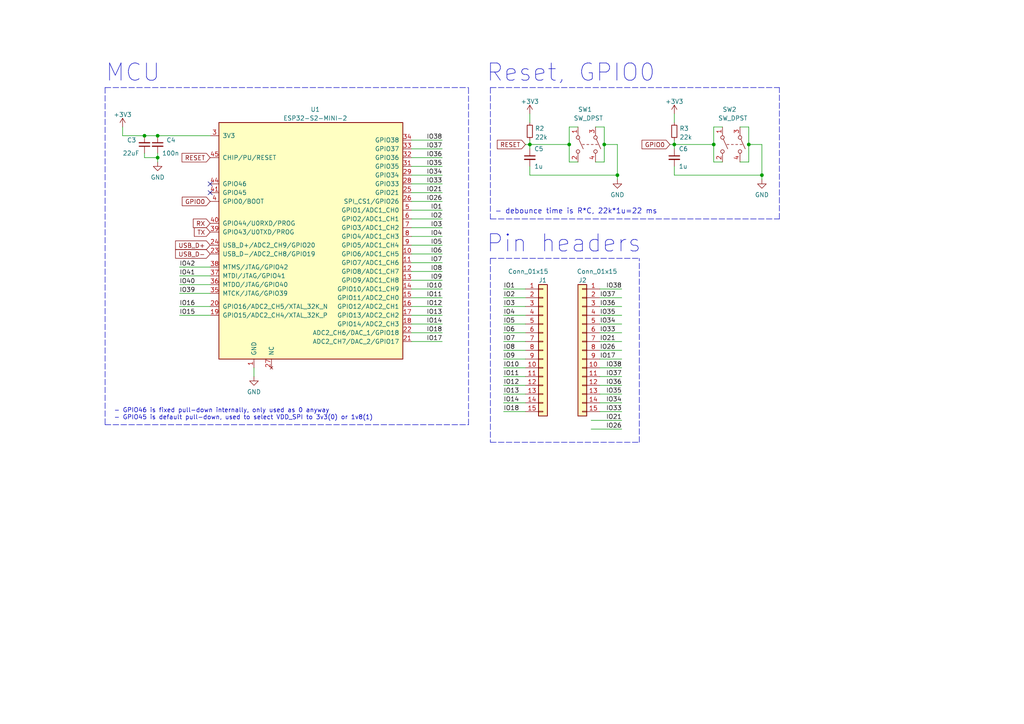
<source format=kicad_sch>
(kicad_sch (version 20211123) (generator eeschema)
  (paper "A4")
  (lib_symbols
    (symbol "Connector_Generic:Conn_01x15" (pin_names (offset 1.016) hide)
      (property "Reference" "J" (at 0 20.32 0))
      (property "Value" "Conn_01x15" (at 0 -20.32 0))
      (symbol "Conn_01x15_1_1"
        (rectangle (start -1.27 -17.653) (end 0 -17.907) (stroke (width 0.1524)))
        (rectangle (start -1.27 -15.113) (end 0 -15.367) (stroke (width 0.1524)))
        (rectangle (start -1.27 -12.573) (end 0 -12.827) (stroke (width 0.1524)))
        (rectangle (start -1.27 -10.033) (end 0 -10.287) (stroke (width 0.1524)))
        (rectangle (start -1.27 -7.493) (end 0 -7.747) (stroke (width 0.1524)))
        (rectangle (start -1.27 -4.953) (end 0 -5.207) (stroke (width 0.1524)))
        (rectangle (start -1.27 -2.413) (end 0 -2.667) (stroke (width 0.1524)))
        (rectangle (start -1.27 0.127) (end 0 -0.127) (stroke (width 0.1524)))
        (rectangle (start -1.27 2.667) (end 0 2.413) (stroke (width 0.1524)))
        (rectangle (start -1.27 5.207) (end 0 4.953) (stroke (width 0.1524)))
        (rectangle (start -1.27 7.747) (end 0 7.493) (stroke (width 0.1524)))
        (rectangle (start -1.27 10.287) (end 0 10.033) (stroke (width 0.1524)))
        (rectangle (start -1.27 12.827) (end 0 12.573) (stroke (width 0.1524)))
        (rectangle (start -1.27 15.367) (end 0 15.113) (stroke (width 0.1524)))
        (rectangle (start -1.27 17.907) (end 0 17.653) (stroke (width 0.1524)))
        (rectangle (start -1.27 19.05) (end 1.27 -19.05) (stroke (width 0.254)) (fill (type background)))
        (pin passive line (at -5.08 17.78 0) (length 3.81) (name "Pin_1") (number "1"))
        (pin passive line (at -5.08 -5.08 0) (length 3.81) (name "Pin_10") (number "10"))
        (pin passive line (at -5.08 -7.62 0) (length 3.81) (name "Pin_11") (number "11"))
        (pin passive line (at -5.08 -10.16 0) (length 3.81) (name "Pin_12") (number "12"))
        (pin passive line (at -5.08 -12.7 0) (length 3.81) (name "Pin_13") (number "13"))
        (pin passive line (at -5.08 -15.24 0) (length 3.81) (name "Pin_14") (number "14"))
        (pin passive line (at -5.08 -17.78 0) (length 3.81) (name "Pin_15") (number "15"))
        (pin passive line (at -5.08 15.24 0) (length 3.81) (name "Pin_2") (number "2"))
        (pin passive line (at -5.08 12.7 0) (length 3.81) (name "Pin_3") (number "3"))
        (pin passive line (at -5.08 10.16 0) (length 3.81) (name "Pin_4") (number "4"))
        (pin passive line (at -5.08 7.62 0) (length 3.81) (name "Pin_5") (number "5"))
        (pin passive line (at -5.08 5.08 0) (length 3.81) (name "Pin_6") (number "6"))
        (pin passive line (at -5.08 2.54 0) (length 3.81) (name "Pin_7") (number "7"))
        (pin passive line (at -5.08 0 0) (length 3.81) (name "Pin_8") (number "8"))
        (pin passive line (at -5.08 -2.54 0) (length 3.81) (name "Pin_9") (number "9"))
      )
    )
    (symbol "Device:C_Small" (pin_numbers hide) (pin_names (offset 0.254) hide)
      (property "Reference" "C" (at 0.254 1.778 0))
      (property "Value" "C_Small" (at 0.254 -2.032 0))
      (symbol "C_Small_0_1"
        (polyline (pts (xy -1.524 -0.508) (xy 1.524 -0.508)) (stroke (width 0.3302)))
        (polyline (pts (xy -1.524 0.508) (xy 1.524 0.508)) (stroke (width 0.3048)))
      )
      (symbol "C_Small_1_1"
        (pin passive line (at 0 2.54 270) (length 2.032) (name "~") (number "1"))
        (pin passive line (at 0 -2.54 90) (length 2.032) (name "~") (number "2"))
      )
    )
    (symbol "Device:R_Small" (pin_numbers hide) (pin_names (offset 0.254) hide)
      (property "Reference" "R" (at 0.762 0.508 0))
      (property "Value" "R_Small" (at 0.762 -1.016 0))
      (symbol "R_Small_0_1"
        (rectangle (start -0.762 1.778) (end 0.762 -1.778) (stroke (width 0.2032)))
      )
      (symbol "R_Small_1_1"
        (pin passive line (at 0 2.54 270) (length 0.762) (name "~") (number "1"))
        (pin passive line (at 0 -2.54 90) (length 0.762) (name "~") (number "2"))
      )
    )
    (symbol "Espressif:ESP32-S2-MINI-1" (pin_names (offset 1.016))
      (property "Reference" "U" (at -10.16 38.1 0))
      (property "Value" "ESP32-S2-MINI-1" (at -10.16 35.56 0))
      (symbol "ESP32-S2-MINI-1_0_0"
        (pin power_in line (at -19.05 -36.83 90) (length 2.54) (name "GND") (number "1"))
        (pin passive line (at -19.05 -36.83 90) (length 2.54) hide (name "GND") (number "43"))
        (pin input line (at -31.75 16.51 0) (length 2.54) (name "GPIO46") (number "44"))
        (pin bidirectional line (at -31.75 24.13 0) (length 2.54) (name "CHIP/PU/RESET") (number "45"))
        (pin passive line (at -19.05 -36.83 90) (length 2.54) hide (name "GND") (number "46"))
        (pin passive line (at -19.05 -36.83 90) (length 2.54) hide (name "GND") (number "47"))
        (pin passive line (at -19.05 -36.83 90) (length 2.54) hide (name "GND") (number "48"))
        (pin passive line (at -19.05 -36.83 90) (length 2.54) hide (name "GND") (number "49"))
        (pin passive line (at -19.05 -36.83 90) (length 2.54) hide (name "GND") (number "50"))
        (pin passive line (at -19.05 -36.83 90) (length 2.54) hide (name "GND") (number "51"))
        (pin passive line (at -19.05 -36.83 90) (length 2.54) hide (name "GND") (number "52"))
        (pin passive line (at -19.05 -36.83 90) (length 2.54) hide (name "GND") (number "53"))
        (pin passive line (at -19.05 -36.83 90) (length 2.54) hide (name "GND") (number "54"))
        (pin passive line (at -19.05 -36.83 90) (length 2.54) hide (name "GND") (number "55"))
        (pin passive line (at -19.05 -36.83 90) (length 2.54) hide (name "GND") (number "56"))
        (pin passive line (at -19.05 -36.83 90) (length 2.54) hide (name "GND") (number "57"))
        (pin passive line (at -19.05 -36.83 90) (length 2.54) hide (name "GND") (number "58"))
        (pin passive line (at -19.05 -36.83 90) (length 2.54) hide (name "GND") (number "59"))
        (pin passive line (at -19.05 -36.83 90) (length 2.54) hide (name "GND") (number "60"))
        (pin passive line (at -19.05 -36.83 90) (length 2.54) hide (name "GND") (number "61"))
        (pin passive line (at -19.05 -36.83 90) (length 2.54) hide (name "GND") (number "62"))
        (pin passive line (at -19.05 -36.83 90) (length 2.54) hide (name "GND") (number "63"))
        (pin passive line (at -19.05 -36.83 90) (length 2.54) hide (name "GND") (number "64"))
        (pin passive line (at -19.05 -36.83 90) (length 2.54) hide (name "GND") (number "65"))
      )
      (symbol "ESP32-S2-MINI-1_1_1"
        (rectangle (start -29.21 34.29) (end 24.13 -34.29) (stroke (width 0.254)) (fill (type background)))
        (pin bidirectional line (at 26.67 -3.81 180) (length 2.54) (name "GPIO6/ADC1_CH5") (number "10"))
        (pin bidirectional line (at 26.67 -6.35 180) (length 2.54) (name "GPIO7/ADC1_CH6") (number "11"))
        (pin bidirectional line (at 26.67 -8.89 180) (length 2.54) (name "GPIO8/ADC1_CH7") (number "12"))
        (pin bidirectional line (at 26.67 -11.43 180) (length 2.54) (name "GPIO9/ADC1_CH8") (number "13"))
        (pin bidirectional line (at 26.67 -13.97 180) (length 2.54) (name "GPIO10/ADC1_CH9") (number "14"))
        (pin bidirectional line (at 26.67 -16.51 180) (length 2.54) (name "GPIO11/ADC2_CH0") (number "15"))
        (pin bidirectional line (at 26.67 -19.05 180) (length 2.54) (name "GPIO12/ADC2_CH1") (number "16"))
        (pin bidirectional line (at 26.67 -21.59 180) (length 2.54) (name "GPIO13/ADC2_CH2") (number "17"))
        (pin bidirectional line (at 26.67 -24.13 180) (length 2.54) (name "GPIO14/ADC2_CH3") (number "18"))
        (pin bidirectional line (at -31.75 -21.59 0) (length 2.54) (name "GPIO15/ADC2_CH4/XTAL_32K_P") (number "19"))
        (pin passive line (at -19.05 -36.83 90) (length 2.54) hide (name "GND") (number "2"))
        (pin bidirectional line (at -31.75 -19.05 0) (length 2.54) (name "GPIO16/ADC2_CH5/XTAL_32K_N") (number "20"))
        (pin bidirectional line (at 26.67 -29.21 180) (length 2.54) (name "ADC2_CH7/DAC_2/GPIO17") (number "21"))
        (pin bidirectional line (at 26.67 -26.67 180) (length 2.54) (name "ADC2_CH6/DAC_1/GPIO18") (number "22"))
        (pin bidirectional line (at -31.75 -3.81 0) (length 2.54) (name "USB_D-/ADC2_CH8/GPIO19") (number "23"))
        (pin bidirectional line (at -31.75 -1.27 0) (length 2.54) (name "USB_D+/ADC2_CH9/GPIO20") (number "24"))
        (pin bidirectional line (at 26.67 13.97 180) (length 2.54) (name "GPIO21") (number "25"))
        (pin bidirectional line (at 26.67 11.43 180) (length 2.54) (name "SPI_CS1/GPIO26") (number "26"))
        (pin no_connect line (at -13.97 -36.83 90) (length 2.54) (name "NC") (number "27"))
        (pin bidirectional line (at 26.67 16.51 180) (length 2.54) (name "GPIO33") (number "28"))
        (pin bidirectional line (at 26.67 19.05 180) (length 2.54) (name "GPIO34") (number "29"))
        (pin power_in line (at -31.75 30.48 0) (length 2.54) (name "3V3") (number "3"))
        (pin passive line (at -19.05 -36.83 90) (length 2.54) hide (name "GND") (number "30"))
        (pin bidirectional line (at 26.67 21.59 180) (length 2.54) (name "GPIO35") (number "31"))
        (pin bidirectional line (at 26.67 24.13 180) (length 2.54) (name "GPIO36") (number "32"))
        (pin bidirectional line (at 26.67 26.67 180) (length 2.54) (name "GPIO37") (number "33"))
        (pin bidirectional line (at 26.67 29.21 180) (length 2.54) (name "GPIO38") (number "34"))
        (pin bidirectional line (at -31.75 -15.24 0) (length 2.54) (name "MTCK/JTAG/GPIO39") (number "35"))
        (pin bidirectional line (at -31.75 -12.7 0) (length 2.54) (name "MTDO/JTAG/GPIO40") (number "36"))
        (pin bidirectional line (at -31.75 -10.16 0) (length 2.54) (name "MTDI/JTAG/GPIO41") (number "37"))
        (pin bidirectional line (at -31.75 -7.62 0) (length 2.54) (name "MTMS/JTAG/GPIO42") (number "38"))
        (pin bidirectional line (at -31.75 2.54 0) (length 2.54) (name "GPIO43/U0TXD/PROG") (number "39"))
        (pin bidirectional line (at -31.75 11.43 0) (length 2.54) (name "GPIO0/BOOT") (number "4"))
        (pin bidirectional line (at -31.75 5.08 0) (length 2.54) (name "GPIO44/U0RXD/PROG") (number "40"))
        (pin bidirectional line (at -31.75 13.97 0) (length 2.54) (name "GPIO45") (number "41"))
        (pin passive line (at -19.05 -36.83 90) (length 2.54) hide (name "GND") (number "42"))
        (pin bidirectional line (at 26.67 8.89 180) (length 2.54) (name "GPIO1/ADC1_CH0") (number "5"))
        (pin bidirectional line (at 26.67 6.35 180) (length 2.54) (name "GPIO2/ADC1_CH1") (number "6"))
        (pin bidirectional line (at 26.67 3.81 180) (length 2.54) (name "GPIO3/ADC1_CH2") (number "7"))
        (pin bidirectional line (at 26.67 1.27 180) (length 2.54) (name "GPIO4/ADC1_CH3") (number "8"))
        (pin bidirectional line (at 26.67 -1.27 180) (length 2.54) (name "GPIO5/ADC1_CH4") (number "9"))
      )
    )
    (symbol "Switch:SW_DPST" (pin_names (offset 0) hide)
      (property "Reference" "SW" (at 0 5.08 0))
      (property "Value" "SW_DPST" (at 0 -5.08 0))
      (symbol "SW_DPST_0_0"
        (circle (center -2.032 -2.54) (radius 0.508))
        (circle (center -2.032 2.54) (radius 0.508))
        (polyline (pts (xy -1.524 -2.286) (xy 1.27 -1.016)))
        (polyline (pts (xy -1.524 2.794) (xy 1.27 4.064)))
        (polyline (pts (xy 0 -1.27) (xy 0 -0.635)))
        (polyline (pts (xy 0 0) (xy 0 0.635)))
        (polyline (pts (xy 0 1.27) (xy 0 1.905)))
        (polyline (pts (xy 0 2.54) (xy 0 3.175)))
        (circle (center 2.032 -2.54) (radius 0.508))
        (circle (center 2.032 2.54) (radius 0.508))
      )
      (symbol "SW_DPST_1_1"
        (pin passive line (at -5.08 -2.54 0) (length 2.54) (name "1") (number "1"))
        (pin passive line (at 5.08 -2.54 180) (length 2.54) (name "2") (number "2"))
        (pin passive line (at -5.08 2.54 0) (length 2.54) (name "3") (number "3"))
        (pin passive line (at 5.08 2.54 180) (length 2.54) (name "4") (number "4"))
      )
    )
    (symbol "power:+3.3V" (power) (pin_names (offset 0))
      (property "Value" "+3.3V" (at 0 3.556 0))
      (symbol "+3.3V_0_1"
        (polyline (pts (xy -0.762 1.27) (xy 0 2.54)))
        (polyline (pts (xy 0 0) (xy 0 2.54)))
        (polyline (pts (xy 0 2.54) (xy 0.762 1.27)))
      )
      (symbol "+3.3V_1_1"
        (pin power_in line (at 0 0 90) (length 0) hide (name "+3V3") (number "1"))
      )
    )
    (symbol "power:GND" (power) (pin_names (offset 0))
      (property "Value" "GND" (at 0 -3.81 0))
      (symbol "GND_0_1"
        (polyline (pts (xy 0 0) (xy 0 -1.27) (xy 1.27 -1.27) (xy 0 -2.54) (xy -1.27 -1.27) (xy 0 -1.27)))
      )
      (symbol "GND_1_1"
        (pin power_in line (at 0 0 270) (length 0) hide (name "GND") (number "1"))
      )
    )
  )
  (junction (at 179.07 50.8))
  (junction (at 175.26 41.91))
  (junction (at 207.01 41.91))
  (junction (at 45.72 45.72))
  (junction (at 165.1 41.91))
  (junction (at 45.72 39.37))
  (junction (at 153.67 41.91))
  (junction (at 217.17 41.91))
  (junction (at 195.58 41.91))
  (junction (at 220.98 50.8))
  (junction (at 41.91 39.37))
  (no_connect (at 60.96 55.88))
  (no_connect (at 60.96 53.34))
  (wire (pts (xy 52.07 85.09) (xy 60.96 85.09)))
  (wire (pts (xy 41.91 39.37) (xy 35.56 39.37)))
  (wire (pts (xy 119.38 81.28) (xy 128.27 81.28)))
  (wire (pts (xy 52.07 88.9) (xy 60.96 88.9)))
  (wire (pts (xy 119.38 43.18) (xy 128.27 43.18)))
  (wire (pts (xy 173.99 111.76) (xy 180.34 111.76)))
  (polyline (pts (xy 226.06 63.5) (xy 226.06 25.4)))
  (wire (pts (xy 217.17 41.91) (xy 217.17 46.99)))
  (polyline (pts (xy 30.48 123.19) (xy 135.89 123.19)))
  (wire (pts (xy 119.38 86.36) (xy 128.27 86.36)))
  (wire (pts (xy 153.67 40.64) (xy 153.67 41.91)))
  (wire (pts (xy 146.05 101.6) (xy 152.4 101.6)))
  (wire (pts (xy 119.38 68.58) (xy 128.27 68.58)))
  (wire (pts (xy 207.01 36.83) (xy 207.01 41.91)))
  (wire (pts (xy 173.99 96.52) (xy 180.34 96.52)))
  (wire (pts (xy 52.07 80.01) (xy 60.96 80.01)))
  (wire (pts (xy 167.64 36.83) (xy 165.1 36.83)))
  (wire (pts (xy 153.67 33.02) (xy 153.67 35.56)))
  (wire (pts (xy 119.38 71.12) (xy 128.27 71.12)))
  (wire (pts (xy 119.38 99.06) (xy 128.27 99.06)))
  (wire (pts (xy 173.99 99.06) (xy 180.34 99.06)))
  (wire (pts (xy 52.07 77.47) (xy 60.96 77.47)))
  (wire (pts (xy 179.07 41.91) (xy 179.07 50.8)))
  (wire (pts (xy 207.01 41.91) (xy 207.01 46.99)))
  (polyline (pts (xy 142.24 25.4) (xy 142.24 63.5)))
  (wire (pts (xy 173.99 116.84) (xy 180.34 116.84)))
  (wire (pts (xy 146.05 91.44) (xy 152.4 91.44)))
  (wire (pts (xy 175.26 36.83) (xy 175.26 41.91)))
  (wire (pts (xy 173.99 106.68) (xy 180.34 106.68)))
  (wire (pts (xy 119.38 78.74) (xy 128.27 78.74)))
  (wire (pts (xy 173.99 101.6) (xy 180.34 101.6)))
  (wire (pts (xy 220.98 52.07) (xy 220.98 50.8)))
  (wire (pts (xy 52.07 91.44) (xy 60.96 91.44)))
  (polyline (pts (xy 185.42 128.27) (xy 185.42 74.93)))
  (wire (pts (xy 146.05 86.36) (xy 152.4 86.36)))
  (wire (pts (xy 119.38 63.5) (xy 128.27 63.5)))
  (wire (pts (xy 146.05 114.3) (xy 152.4 114.3)))
  (polyline (pts (xy 30.48 25.4) (xy 135.89 25.4)))
  (wire (pts (xy 119.38 76.2) (xy 128.27 76.2)))
  (polyline (pts (xy 30.48 25.4) (xy 30.48 123.19)))
  (wire (pts (xy 173.99 91.44) (xy 180.34 91.44)))
  (wire (pts (xy 45.72 44.45) (xy 45.72 45.72)))
  (wire (pts (xy 146.05 99.06) (xy 152.4 99.06)))
  (wire (pts (xy 119.38 88.9) (xy 128.27 88.9)))
  (wire (pts (xy 146.05 119.38) (xy 152.4 119.38)))
  (wire (pts (xy 119.38 66.04) (xy 128.27 66.04)))
  (wire (pts (xy 119.38 93.98) (xy 128.27 93.98)))
  (wire (pts (xy 167.64 46.99) (xy 165.1 46.99)))
  (wire (pts (xy 171.45 124.46) (xy 180.34 124.46)))
  (polyline (pts (xy 142.24 63.5) (xy 226.06 63.5)))
  (wire (pts (xy 175.26 41.91) (xy 179.07 41.91)))
  (wire (pts (xy 172.72 46.99) (xy 175.26 46.99)))
  (wire (pts (xy 172.72 36.83) (xy 175.26 36.83)))
  (wire (pts (xy 220.98 41.91) (xy 220.98 50.8)))
  (wire (pts (xy 173.99 109.22) (xy 180.34 109.22)))
  (wire (pts (xy 175.26 41.91) (xy 175.26 46.99)))
  (wire (pts (xy 165.1 41.91) (xy 165.1 46.99)))
  (wire (pts (xy 195.58 33.02) (xy 195.58 35.56)))
  (wire (pts (xy 146.05 83.82) (xy 152.4 83.82)))
  (wire (pts (xy 119.38 96.52) (xy 128.27 96.52)))
  (wire (pts (xy 153.67 50.8) (xy 179.07 50.8)))
  (wire (pts (xy 173.99 104.14) (xy 180.34 104.14)))
  (wire (pts (xy 146.05 111.76) (xy 152.4 111.76)))
  (wire (pts (xy 194.31 41.91) (xy 195.58 41.91)))
  (polyline (pts (xy 142.24 25.4) (xy 226.06 25.4)))
  (wire (pts (xy 35.56 36.83) (xy 35.56 39.37)))
  (wire (pts (xy 119.38 73.66) (xy 128.27 73.66)))
  (wire (pts (xy 173.99 114.3) (xy 180.34 114.3)))
  (wire (pts (xy 195.58 41.91) (xy 195.58 43.18)))
  (polyline (pts (xy 142.24 128.27) (xy 185.42 128.27)))
  (wire (pts (xy 52.07 82.55) (xy 60.96 82.55)))
  (wire (pts (xy 195.58 50.8) (xy 220.98 50.8)))
  (wire (pts (xy 119.38 45.72) (xy 128.27 45.72)))
  (wire (pts (xy 119.38 48.26) (xy 128.27 48.26)))
  (wire (pts (xy 119.38 53.34) (xy 128.27 53.34)))
  (wire (pts (xy 146.05 106.68) (xy 152.4 106.68)))
  (wire (pts (xy 45.72 45.72) (xy 41.91 45.72)))
  (wire (pts (xy 146.05 109.22) (xy 152.4 109.22)))
  (wire (pts (xy 217.17 36.83) (xy 217.17 41.91)))
  (wire (pts (xy 153.67 48.26) (xy 153.67 50.8)))
  (wire (pts (xy 173.99 119.38) (xy 180.34 119.38)))
  (wire (pts (xy 45.72 46.99) (xy 45.72 45.72)))
  (wire (pts (xy 119.38 60.96) (xy 128.27 60.96)))
  (wire (pts (xy 73.66 106.68) (xy 73.66 109.22)))
  (wire (pts (xy 195.58 41.91) (xy 207.01 41.91)))
  (polyline (pts (xy 142.24 74.93) (xy 142.24 128.27)))
  (wire (pts (xy 165.1 36.83) (xy 165.1 41.91)))
  (wire (pts (xy 45.72 39.37) (xy 41.91 39.37)))
  (wire (pts (xy 214.63 36.83) (xy 217.17 36.83)))
  (wire (pts (xy 209.55 36.83) (xy 207.01 36.83)))
  (wire (pts (xy 146.05 93.98) (xy 152.4 93.98)))
  (wire (pts (xy 146.05 96.52) (xy 152.4 96.52)))
  (wire (pts (xy 171.45 121.92) (xy 180.34 121.92)))
  (wire (pts (xy 119.38 58.42) (xy 128.27 58.42)))
  (wire (pts (xy 217.17 41.91) (xy 220.98 41.91)))
  (wire (pts (xy 173.99 83.82) (xy 180.34 83.82)))
  (wire (pts (xy 179.07 52.07) (xy 179.07 50.8)))
  (wire (pts (xy 119.38 40.64) (xy 128.27 40.64)))
  (wire (pts (xy 173.99 88.9) (xy 180.34 88.9)))
  (wire (pts (xy 119.38 55.88) (xy 128.27 55.88)))
  (wire (pts (xy 173.99 93.98) (xy 180.34 93.98)))
  (wire (pts (xy 195.58 40.64) (xy 195.58 41.91)))
  (wire (pts (xy 119.38 83.82) (xy 128.27 83.82)))
  (wire (pts (xy 119.38 91.44) (xy 128.27 91.44)))
  (polyline (pts (xy 135.89 123.19) (xy 135.89 25.4)))
  (wire (pts (xy 214.63 46.99) (xy 217.17 46.99)))
  (polyline (pts (xy 142.24 74.93) (xy 185.42 74.93)))
  (wire (pts (xy 146.05 88.9) (xy 152.4 88.9)))
  (wire (pts (xy 41.91 44.45) (xy 41.91 45.72)))
  (wire (pts (xy 209.55 46.99) (xy 207.01 46.99)))
  (wire (pts (xy 146.05 104.14) (xy 152.4 104.14)))
  (wire (pts (xy 153.67 41.91) (xy 153.67 43.18)))
  (wire (pts (xy 152.4 41.91) (xy 153.67 41.91)))
  (wire (pts (xy 153.67 41.91) (xy 165.1 41.91)))
  (wire (pts (xy 195.58 48.26) (xy 195.58 50.8)))
  (wire (pts (xy 60.96 39.37) (xy 45.72 39.37)))
  (wire (pts (xy 119.38 50.8) (xy 128.27 50.8)))
  (wire (pts (xy 173.99 86.36) (xy 180.34 86.36)))
  (wire (pts (xy 146.05 116.84) (xy 152.4 116.84)))
  (text "- debounce time is R*C, 22k*1u=22 ms" (at 143.51 62.23 0) (effects (font (size 1.5 1.5)) (justify left bottom)))
  (text "Pin headers" (at 140.97 73.66 0) (effects (font (size 5 5)) (justify left bottom)))
  (text "MCU" (at 30.48 24.13 0) (effects (font (size 5 5)) (justify left bottom)))
  (text "Reset, GPIO0" (at 140.97 24.13 0) (effects (font (size 5 5)) (justify left bottom)))
  (text "- GPIO46 is fixed pull-down internally, only used as 0 anyway\n- GPIO45 is default pull-down, used to select VDD_SPI to 3v3(0) or 1v8(1)" (at 33.02 121.92 0) (effects (font (size 1.27 1.27)) (justify left bottom)))
  (label "IO37" (at 173.99 86.36 0))
  (label "IO12" (at 146.05 111.76 0))
  (label "IO36" (at 180.34 111.76 180))
  (label "IO14" (at 146.05 116.84 0))
  (label "IO2" (at 146.05 86.36 0))
  (label "IO3" (at 128.27 66.04 180))
  (label "IO37" (at 128.27 43.18 180))
  (label "IO1" (at 146.05 83.82 0))
  (label "IO3" (at 146.05 88.9 0))
  (label "IO33" (at 180.34 119.38 180))
  (label "IO39" (at 52.07 85.09 0))
  (label "IO6" (at 146.05 96.52 0))
  (label "IO9" (at 128.27 81.28 180))
  (label "IO36" (at 173.99 88.9 0))
  (label "IO9" (at 146.05 104.14 0))
  (label "IO10" (at 146.05 106.68 0))
  (label "IO12" (at 128.27 88.9 180))
  (label "IO7" (at 146.05 99.06 0))
  (label "IO21" (at 173.99 99.06 0))
  (label "IO18" (at 128.27 96.52 180))
  (label "IO37" (at 180.34 109.22 180))
  (label "IO33" (at 128.27 53.34 180))
  (label "IO36" (at 128.27 45.72 180))
  (label "IO34" (at 180.34 116.84 180))
  (label "IO21" (at 128.27 55.88 180))
  (label "IO33" (at 173.99 96.52 0))
  (label "IO35" (at 128.27 48.26 180))
  (label "IO4" (at 146.05 91.44 0))
  (label "IO16" (at 52.07 88.9 0))
  (label "IO17" (at 128.27 99.06 180))
  (label "IO14" (at 128.27 93.98 180))
  (label "IO5" (at 128.27 71.12 180))
  (label "IO13" (at 146.05 114.3 0))
  (label "IO38" (at 128.27 40.64 180))
  (label "IO7" (at 128.27 76.2 180))
  (label "IO13" (at 128.27 91.44 180))
  (label "IO41" (at 52.07 80.01 0))
  (label "IO21" (at 180.34 121.92 180))
  (label "IO8" (at 146.05 101.6 0))
  (label "IO26" (at 173.99 101.6 0))
  (label "IO26" (at 128.27 58.42 180))
  (label "IO15" (at 52.07 91.44 0))
  (label "IO17" (at 173.99 104.14 0))
  (label "IO40" (at 52.07 82.55 0))
  (label "IO11" (at 128.27 86.36 180))
  (label "IO11" (at 146.05 109.22 0))
  (label "IO10" (at 128.27 83.82 180))
  (label "IO42" (at 52.07 77.47 0))
  (label "IO4" (at 128.27 68.58 180))
  (label "IO34" (at 173.99 93.98 0))
  (label "IO35" (at 180.34 114.3 180))
  (label "IO5" (at 146.05 93.98 0))
  (label "IO18" (at 146.05 119.38 0))
  (label "IO6" (at 128.27 73.66 180))
  (label "IO8" (at 128.27 78.74 180))
  (label "IO26" (at 180.34 124.46 180))
  (label "IO2" (at 128.27 63.5 180))
  (label "IO1" (at 128.27 60.96 180))
  (label "IO35" (at 173.99 91.44 0))
  (label "IO38" (at 180.34 106.68 180))
  (label "IO34" (at 128.27 50.8 180))
  (label "IO38" (at 180.34 83.82 180))
  (global_label "TX" (shape input) (at 60.96 67.31 180) (property "Intersheet References" "${INTERSHEET_REFS}" (effects hide)))
  (global_label "GPIO0" (shape input) (at 194.31 41.91 180) (property "Intersheet References" "${INTERSHEET_REFS}" (effects hide)))
  (global_label "USB_D-" (shape input) (at 60.96 73.66 180) (property "Intersheet References" "${INTERSHEET_REFS}" (effects hide)))
  (global_label "RESET" (shape input) (at 60.96 45.72 180) (property "Intersheet References" "${INTERSHEET_REFS}" (effects hide)))
  (global_label "RESET" (shape input) (at 152.4 41.91 180) (property "Intersheet References" "${INTERSHEET_REFS}" (effects hide)))
  (global_label "USB_D+" (shape input) (at 60.96 71.12 180) (property "Intersheet References" "${INTERSHEET_REFS}" (effects hide)))
  (global_label "RX" (shape input) (at 60.96 64.77 180) (property "Intersheet References" "${INTERSHEET_REFS}" (effects hide)))
  (global_label "GPIO0" (shape input) (at 60.96 58.42 180) (property "Intersheet References" "${INTERSHEET_REFS}" (effects hide)))
  (symbol (lib_id "Device:C_Small") (at 41.91 41.91 180) (unit 1)
    (property "Reference" "C3" (at 36.83 40.64 0) (effects (justify right)))
    (property "Value" "22uF" (at 35.56 44.45 0) (effects (justify right)))
    (property "Footprint" "Capacitor_SMD:C_0603_1608Metric" (effects hide))
  )
  (symbol (lib_id "Device:R_Small") (at 195.58 38.1 0) (unit 1)
    (property "Reference" "R3" (at 197.0786 37.2653 0) (effects (justify left)))
    (property "Value" "22k" (at 197.0786 39.8022 0) (effects (justify left)))
    (property "Footprint" "Resistor_SMD:R_0603_1608Metric" (effects hide))
  )
  (symbol (lib_id "power:+3.3V") (at 35.56 36.83 0) (unit 1)
    (property "Reference" "#PWR0107" (effects hide))
    (property "Value" "+3.3V" (at 35.56 33.2542 0))
  )
  (symbol (lib_id "power:GND") (at 73.66 109.22 0) (unit 1)
    (property "Reference" "#PWR0106" (effects hide))
    (property "Value" "GND" (at 73.66 113.6634 0))
  )
  (symbol (lib_id "power:GND") (at 179.07 52.07 0) (unit 1)
    (property "Reference" "#PWR0110" (effects hide))
    (property "Value" "GND" (at 179.07 56.5134 0))
  )
  (symbol (lib_id "Device:C_Small") (at 195.58 45.72 0) (unit 1)
    (property "Reference" "C6" (at 196.85 43.18 0) (effects (justify left)))
    (property "Value" "1u" (at 196.85 48.26 0) (effects (justify left)))
    (property "Footprint" "Capacitor_SMD:C_0603_1608Metric" (effects hide))
  )
  (symbol (lib_id "Connector_Generic:Conn_01x15") (at 168.91 101.6 0) (mirror y) (unit 1)
    (property "Reference" "J2" (at 170.18 81.28 0) (effects (justify left)))
    (property "Value" "Conn_01x15" (at 179.07 78.74 0) (effects (justify left)))
    (property "Footprint" "Connector_PinHeader_2.54mm:PinHeader_1x15_P2.54mm_Vertical" (effects hide))
  )
  (symbol (lib_id "power:GND") (at 45.72 46.99 0) (unit 1)
    (property "Reference" "#PWR0108" (effects hide))
    (property "Value" "GND" (at 45.72 51.4334 0))
  )
  (symbol (lib_id "Espressif:ESP32-S2-MINI-1") (at 92.71 69.85 0) (unit 1)
    (property "Reference" "U1" (at 91.44 31.75 0))
    (property "Value" "ESP32-S2-MINI-2" (at 91.44 34.29 0))
    (property "Footprint" "Espressif:ESP32-S2-MINI-1" (effects hide))
    (property "Datasheet" "https://www.espressif.com/sites/default/files/documentation/esp32-s2-mini-1_esp32-s2-mini-1u_datasheet_en.pdf" (effects hide))
  )
  (symbol (lib_id "Device:C_Small") (at 153.67 45.72 0) (unit 1)
    (property "Reference" "C5" (at 154.94 43.18 0) (effects (justify left)))
    (property "Value" "1u" (at 154.94 48.26 0) (effects (justify left)))
    (property "Footprint" "Capacitor_SMD:C_0603_1608Metric" (effects hide))
  )
  (symbol (lib_id "power:+3.3V") (at 195.58 33.02 0) (unit 1)
    (property "Reference" "#PWR0111" (effects hide))
    (property "Value" "+3.3V" (at 195.58 29.4442 0))
  )
  (symbol (lib_id "Device:R_Small") (at 153.67 38.1 0) (unit 1)
    (property "Reference" "R2" (at 155.1686 37.2653 0) (effects (justify left)))
    (property "Value" "22k" (at 155.1686 39.8022 0) (effects (justify left)))
    (property "Footprint" "Resistor_SMD:R_0603_1608Metric" (effects hide))
  )
  (symbol (lib_id "power:GND") (at 220.98 52.07 0) (unit 1)
    (property "Reference" "#PWR0112" (effects hide))
    (property "Value" "GND" (at 220.98 56.5134 0))
  )
  (symbol (lib_id "Device:C_Small") (at 45.72 41.91 0) (unit 1)
    (property "Reference" "C4" (at 48.26 40.64 0) (effects (justify left)))
    (property "Value" "100n" (at 46.99 44.45 0) (effects (justify left)))
    (property "Footprint" "Capacitor_SMD:C_0603_1608Metric" (effects hide))
  )
  (symbol (lib_id "Connector_Generic:Conn_01x15") (at 157.48 101.6 0) (unit 1)
    (property "Reference" "J1" (at 156.21 81.28 0) (effects (justify left)))
    (property "Value" "Conn_01x15" (at 147.32 78.74 0) (effects (justify left)))
    (property "Footprint" "Connector_PinHeader_2.54mm:PinHeader_1x15_P2.54mm_Vertical" (effects hide))
  )
  (symbol (lib_id "Switch:SW_DPST") (at 170.18 41.91 270) (unit 1)
    (property "Reference" "SW1" (at 167.64 31.75 90) (effects (justify left)))
    (property "Value" "SW_DPST" (at 166.37 34.29 90) (effects (justify left)))
    (property "Footprint" "SKRPACE010:SW_SKRPACE010" (effects hide))
  )
  (symbol (lib_id "Switch:SW_DPST") (at 212.09 41.91 270) (unit 1)
    (property "Reference" "SW2" (at 209.55 31.75 90) (effects (justify left)))
    (property "Value" "SW_DPST" (at 208.28 34.29 90) (effects (justify left)))
    (property "Footprint" "SKRPACE010:SW_SKRPACE010" (effects hide))
  )
  (symbol (lib_id "power:+3.3V") (at 153.67 33.02 0) (unit 1)
    (property "Reference" "#PWR0109" (effects hide))
    (property "Value" "+3.3V" (at 153.67 29.4442 0))
  )
)
</source>
